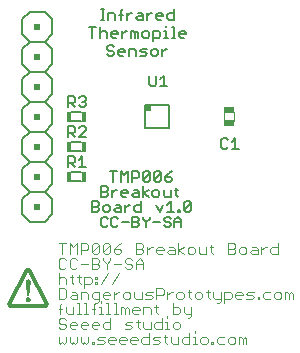
<source format=gto>
G75*
G70*
%OFA0B0*%
%FSLAX24Y24*%
%IPPOS*%
%LPD*%
%AMOC8*
5,1,8,0,0,1.08239X$1,22.5*
%
%ADD10C,0.0050*%
%ADD11R,0.0197X0.0197*%
%ADD12R,0.0374X0.0197*%
%ADD13R,0.0374X0.0197*%
%ADD14C,0.0040*%
%ADD15C,0.0060*%
%ADD16R,0.0200X0.0200*%
%ADD17R,0.0160X0.0340*%
%ADD18C,0.0120*%
%ADD19C,0.0030*%
D10*
X000792Y001811D02*
X000794Y001824D01*
X000799Y001836D01*
X000808Y001847D01*
X000818Y001855D01*
X000831Y001859D01*
X000844Y001860D01*
X000857Y001857D01*
X000869Y001851D01*
X000879Y001842D01*
X000886Y001831D01*
X000890Y001818D01*
X000890Y001804D01*
X000886Y001791D01*
X000879Y001780D01*
X000869Y001771D01*
X000857Y001765D01*
X000844Y001762D01*
X000831Y001763D01*
X000818Y001767D01*
X000808Y001775D01*
X000799Y001786D01*
X000794Y001798D01*
X000792Y001811D01*
X000841Y001958D02*
X000890Y002401D01*
X000792Y002401D01*
X000841Y001958D01*
X000840Y001969D02*
X000842Y001969D01*
X000835Y002017D02*
X000848Y002017D01*
X000853Y002066D02*
X000829Y002066D01*
X000824Y002114D02*
X000858Y002114D01*
X000864Y002163D02*
X000818Y002163D01*
X000813Y002212D02*
X000869Y002212D01*
X000875Y002260D02*
X000808Y002260D01*
X000802Y002309D02*
X000880Y002309D01*
X000885Y002357D02*
X000797Y002357D01*
X000792Y002401D02*
X000794Y002414D01*
X000799Y002425D01*
X000806Y002436D01*
X000817Y002443D01*
X000828Y002448D01*
X000841Y002450D01*
X000854Y002448D01*
X000866Y002443D01*
X000876Y002436D01*
X000883Y002425D01*
X000888Y002414D01*
X000890Y002401D01*
X002966Y004736D02*
X002966Y005086D01*
X003141Y005086D01*
X003200Y005027D01*
X003200Y004969D01*
X003141Y004911D01*
X002966Y004911D01*
X002966Y004736D02*
X003141Y004736D01*
X003200Y004794D01*
X003200Y004852D01*
X003141Y004911D01*
X003334Y004911D02*
X003334Y004794D01*
X003393Y004736D01*
X003510Y004736D01*
X003568Y004794D01*
X003568Y004911D01*
X003510Y004969D01*
X003393Y004969D01*
X003334Y004911D01*
X003266Y005236D02*
X003441Y005236D01*
X003500Y005294D01*
X003500Y005352D01*
X003441Y005411D01*
X003266Y005411D01*
X003266Y005236D02*
X003266Y005586D01*
X003441Y005586D01*
X003500Y005527D01*
X003500Y005469D01*
X003441Y005411D01*
X003634Y005469D02*
X003634Y005236D01*
X003634Y005352D02*
X003751Y005469D01*
X003810Y005469D01*
X003941Y005411D02*
X004000Y005469D01*
X004116Y005469D01*
X004175Y005411D01*
X004175Y005352D01*
X003941Y005352D01*
X003941Y005294D02*
X003941Y005411D01*
X003941Y005294D02*
X004000Y005236D01*
X004116Y005236D01*
X004310Y005294D02*
X004368Y005352D01*
X004543Y005352D01*
X004543Y005411D02*
X004543Y005236D01*
X004368Y005236D01*
X004310Y005294D01*
X004368Y005469D02*
X004485Y005469D01*
X004543Y005411D01*
X004678Y005352D02*
X004853Y005469D01*
X004985Y005411D02*
X004985Y005294D01*
X005043Y005236D01*
X005160Y005236D01*
X005218Y005294D01*
X005218Y005411D01*
X005160Y005469D01*
X005043Y005469D01*
X004985Y005411D01*
X004853Y005236D02*
X004678Y005352D01*
X004678Y005236D02*
X004678Y005586D01*
X004729Y005736D02*
X004671Y005794D01*
X004905Y006027D01*
X004905Y005794D01*
X004846Y005736D01*
X004729Y005736D01*
X004671Y005794D02*
X004671Y006027D01*
X004729Y006086D01*
X004846Y006086D01*
X004905Y006027D01*
X005039Y006027D02*
X005098Y006086D01*
X005214Y006086D01*
X005273Y006027D01*
X005039Y005794D01*
X005098Y005736D01*
X005214Y005736D01*
X005273Y005794D01*
X005273Y006027D01*
X005408Y005911D02*
X005408Y005794D01*
X005466Y005736D01*
X005583Y005736D01*
X005641Y005794D01*
X005641Y005852D01*
X005583Y005911D01*
X005408Y005911D01*
X005524Y006027D01*
X005641Y006086D01*
X005780Y005527D02*
X005780Y005294D01*
X005838Y005236D01*
X005838Y005469D02*
X005721Y005469D01*
X005587Y005469D02*
X005587Y005236D01*
X005411Y005236D01*
X005353Y005294D01*
X005353Y005469D01*
X005600Y005086D02*
X005600Y004736D01*
X005716Y004736D02*
X005483Y004736D01*
X005531Y004566D02*
X005420Y004566D01*
X005365Y004511D01*
X005365Y004456D01*
X005420Y004401D01*
X005531Y004401D01*
X005586Y004346D01*
X005586Y004291D01*
X005531Y004236D01*
X005420Y004236D01*
X005365Y004291D01*
X005236Y004401D02*
X005016Y004401D01*
X004886Y004511D02*
X004886Y004566D01*
X004886Y004511D02*
X004776Y004401D01*
X004776Y004236D01*
X004776Y004401D02*
X004666Y004511D01*
X004666Y004566D01*
X004536Y004511D02*
X004536Y004456D01*
X004481Y004401D01*
X004316Y004401D01*
X004186Y004401D02*
X003966Y004401D01*
X003836Y004511D02*
X003781Y004566D01*
X003671Y004566D01*
X003616Y004511D01*
X003616Y004291D01*
X003671Y004236D01*
X003781Y004236D01*
X003836Y004291D01*
X003486Y004291D02*
X003431Y004236D01*
X003321Y004236D01*
X003266Y004291D01*
X003266Y004511D01*
X003321Y004566D01*
X003431Y004566D01*
X003486Y004511D01*
X003761Y004736D02*
X003703Y004794D01*
X003761Y004852D01*
X003936Y004852D01*
X003936Y004911D02*
X003936Y004736D01*
X003761Y004736D01*
X003761Y004969D02*
X003878Y004969D01*
X003936Y004911D01*
X004071Y004969D02*
X004071Y004736D01*
X004071Y004852D02*
X004188Y004969D01*
X004246Y004969D01*
X004378Y004911D02*
X004378Y004794D01*
X004436Y004736D01*
X004611Y004736D01*
X004611Y005086D01*
X004611Y004969D02*
X004436Y004969D01*
X004378Y004911D01*
X004316Y004566D02*
X004481Y004566D01*
X004536Y004511D01*
X004481Y004401D02*
X004536Y004346D01*
X004536Y004291D01*
X004481Y004236D01*
X004316Y004236D01*
X004316Y004566D01*
X005115Y004969D02*
X005231Y004736D01*
X005348Y004969D01*
X005483Y004969D02*
X005600Y005086D01*
X005851Y004794D02*
X005909Y004794D01*
X005909Y004736D01*
X005851Y004736D01*
X005851Y004794D01*
X006035Y004794D02*
X006035Y005027D01*
X006094Y005086D01*
X006210Y005086D01*
X006269Y005027D01*
X006035Y004794D01*
X006094Y004736D01*
X006210Y004736D01*
X006269Y004794D01*
X006269Y005027D01*
X005825Y004566D02*
X005935Y004456D01*
X005935Y004236D01*
X005935Y004401D02*
X005715Y004401D01*
X005715Y004456D02*
X005825Y004566D01*
X005715Y004456D02*
X005715Y004236D01*
X005586Y004511D02*
X005531Y004566D01*
X005039Y005794D02*
X005039Y006027D01*
X004536Y006027D02*
X004536Y005911D01*
X004478Y005852D01*
X004303Y005852D01*
X004303Y005736D02*
X004303Y006086D01*
X004478Y006086D01*
X004536Y006027D01*
X004168Y006086D02*
X004168Y005736D01*
X004051Y005969D02*
X004168Y006086D01*
X004051Y005969D02*
X003934Y006086D01*
X003934Y005736D01*
X003683Y005736D02*
X003683Y006086D01*
X003566Y006086D02*
X003800Y006086D01*
X002768Y006236D02*
X002534Y006236D01*
X002651Y006236D02*
X002651Y006586D01*
X002534Y006469D01*
X002400Y006527D02*
X002400Y006411D01*
X002341Y006352D01*
X002166Y006352D01*
X002166Y006236D02*
X002166Y006586D01*
X002341Y006586D01*
X002400Y006527D01*
X002283Y006352D02*
X002400Y006236D01*
X002400Y007236D02*
X002283Y007352D01*
X002341Y007352D02*
X002166Y007352D01*
X002166Y007236D02*
X002166Y007586D01*
X002341Y007586D01*
X002400Y007527D01*
X002400Y007411D01*
X002341Y007352D01*
X002534Y007236D02*
X002768Y007469D01*
X002768Y007527D01*
X002710Y007586D01*
X002593Y007586D01*
X002534Y007527D01*
X002534Y007236D02*
X002768Y007236D01*
X002710Y008236D02*
X002593Y008236D01*
X002534Y008294D01*
X002400Y008236D02*
X002283Y008352D01*
X002341Y008352D02*
X002166Y008352D01*
X002166Y008236D02*
X002166Y008586D01*
X002341Y008586D01*
X002400Y008527D01*
X002400Y008411D01*
X002341Y008352D01*
X002534Y008527D02*
X002593Y008586D01*
X002710Y008586D01*
X002768Y008527D01*
X002768Y008469D01*
X002710Y008411D01*
X002768Y008352D01*
X002768Y008294D01*
X002710Y008236D01*
X002710Y008411D02*
X002651Y008411D01*
X003524Y009936D02*
X003466Y009994D01*
X003524Y009936D02*
X003641Y009936D01*
X003700Y009994D01*
X003700Y010052D01*
X003641Y010111D01*
X003524Y010111D01*
X003466Y010169D01*
X003466Y010227D01*
X003524Y010286D01*
X003641Y010286D01*
X003700Y010227D01*
X003834Y010111D02*
X003834Y009994D01*
X003893Y009936D01*
X004010Y009936D01*
X004068Y010052D02*
X003834Y010052D01*
X003834Y010111D02*
X003893Y010169D01*
X004010Y010169D01*
X004068Y010111D01*
X004068Y010052D01*
X004203Y009936D02*
X004203Y010169D01*
X004378Y010169D01*
X004436Y010111D01*
X004436Y009936D01*
X004571Y009936D02*
X004746Y009936D01*
X004805Y009994D01*
X004746Y010052D01*
X004629Y010052D01*
X004571Y010111D01*
X004629Y010169D01*
X004805Y010169D01*
X004939Y010111D02*
X004939Y009994D01*
X004998Y009936D01*
X005114Y009936D01*
X005173Y009994D01*
X005173Y010111D01*
X005114Y010169D01*
X004998Y010169D01*
X004939Y010111D01*
X005015Y010419D02*
X005015Y010769D01*
X005190Y010769D01*
X005248Y010711D01*
X005248Y010594D01*
X005190Y010536D01*
X005015Y010536D01*
X004880Y010594D02*
X004880Y010711D01*
X004821Y010769D01*
X004705Y010769D01*
X004646Y010711D01*
X004646Y010594D01*
X004705Y010536D01*
X004821Y010536D01*
X004880Y010594D01*
X005308Y010169D02*
X005308Y009936D01*
X005308Y010052D02*
X005424Y010169D01*
X005483Y010169D01*
X005500Y010536D02*
X005383Y010536D01*
X005441Y010536D02*
X005441Y010769D01*
X005383Y010769D01*
X005441Y010886D02*
X005441Y010944D01*
X005628Y010886D02*
X005687Y010886D01*
X005687Y010536D01*
X005745Y010536D02*
X005628Y010536D01*
X005874Y010594D02*
X005874Y010711D01*
X005932Y010769D01*
X006049Y010769D01*
X006107Y010711D01*
X006107Y010652D01*
X005874Y010652D01*
X005874Y010594D02*
X005932Y010536D01*
X006049Y010536D01*
X005709Y011136D02*
X005534Y011136D01*
X005476Y011194D01*
X005476Y011311D01*
X005534Y011369D01*
X005709Y011369D01*
X005709Y011486D02*
X005709Y011136D01*
X005341Y011252D02*
X005108Y011252D01*
X005108Y011194D02*
X005108Y011311D01*
X005166Y011369D01*
X005283Y011369D01*
X005341Y011311D01*
X005341Y011252D01*
X005283Y011136D02*
X005166Y011136D01*
X005108Y011194D01*
X004976Y011369D02*
X004917Y011369D01*
X004801Y011252D01*
X004801Y011136D02*
X004801Y011369D01*
X004666Y011311D02*
X004666Y011136D01*
X004491Y011136D01*
X004432Y011194D01*
X004491Y011252D01*
X004666Y011252D01*
X004666Y011311D02*
X004607Y011369D01*
X004491Y011369D01*
X004301Y011369D02*
X004242Y011369D01*
X004125Y011252D01*
X004125Y011136D02*
X004125Y011369D01*
X003997Y011311D02*
X003880Y011311D01*
X003938Y011427D02*
X003938Y011136D01*
X003745Y011136D02*
X003745Y011311D01*
X003687Y011369D01*
X003512Y011369D01*
X003512Y011136D01*
X003383Y011136D02*
X003266Y011136D01*
X003324Y011136D02*
X003324Y011486D01*
X003266Y011486D02*
X003383Y011486D01*
X003234Y010886D02*
X003234Y010536D01*
X003234Y010711D02*
X003293Y010769D01*
X003410Y010769D01*
X003468Y010711D01*
X003468Y010536D01*
X003603Y010594D02*
X003603Y010711D01*
X003661Y010769D01*
X003778Y010769D01*
X003836Y010711D01*
X003836Y010652D01*
X003603Y010652D01*
X003603Y010594D02*
X003661Y010536D01*
X003778Y010536D01*
X003971Y010536D02*
X003971Y010769D01*
X003971Y010652D02*
X004088Y010769D01*
X004146Y010769D01*
X004278Y010769D02*
X004278Y010536D01*
X004395Y010536D02*
X004395Y010711D01*
X004453Y010769D01*
X004511Y010711D01*
X004511Y010536D01*
X004395Y010711D02*
X004336Y010769D01*
X004278Y010769D01*
X003938Y011427D02*
X003997Y011486D01*
X003100Y010886D02*
X002866Y010886D01*
X002983Y010886D02*
X002983Y010536D01*
X004747Y008304D02*
X004747Y007517D01*
X005535Y007517D01*
X005535Y008304D01*
X004747Y008304D01*
X004937Y008926D02*
X005054Y008926D01*
X005112Y008984D01*
X005112Y009276D01*
X005247Y009160D02*
X005364Y009276D01*
X005364Y008926D01*
X005247Y008926D02*
X005481Y008926D01*
X004937Y008926D02*
X004879Y008984D01*
X004879Y009276D01*
X007266Y007127D02*
X007266Y006894D01*
X007324Y006836D01*
X007441Y006836D01*
X007500Y006894D01*
X007634Y006836D02*
X007868Y006836D01*
X007751Y006836D02*
X007751Y007186D01*
X007634Y007069D01*
X007500Y007127D02*
X007441Y007186D01*
X007324Y007186D01*
X007266Y007127D01*
D11*
X004846Y008206D03*
D12*
X007543Y007682D03*
D13*
X007543Y008142D03*
D14*
X007376Y008051D02*
X007376Y007770D01*
X007711Y007770D02*
X007711Y008051D01*
D15*
X002611Y008051D02*
X002271Y008051D01*
X002271Y007770D02*
X002611Y007770D01*
X002611Y007051D02*
X002271Y007051D01*
X002271Y006770D02*
X002611Y006770D01*
X002611Y006051D02*
X002271Y006051D01*
X002271Y005770D02*
X002611Y005770D01*
X001641Y005661D02*
X001391Y005411D01*
X001641Y005161D01*
X001641Y004661D01*
X001391Y004411D01*
X000891Y004411D01*
X000641Y004661D01*
X000641Y005161D01*
X000891Y005411D01*
X000641Y005661D01*
X000641Y006161D01*
X000891Y006411D01*
X000641Y006661D01*
X000641Y007161D01*
X000891Y007411D01*
X000641Y007661D01*
X000641Y008161D01*
X000891Y008411D01*
X000641Y008661D01*
X000641Y009161D01*
X000891Y009411D01*
X000641Y009661D01*
X000641Y010161D01*
X000891Y010411D01*
X000641Y010661D01*
X000641Y011161D01*
X000891Y011411D01*
X001391Y011411D01*
X001641Y011161D01*
X001641Y010661D01*
X001391Y010411D01*
X001641Y010161D01*
X001641Y009661D01*
X001391Y009411D01*
X000891Y009411D01*
X001391Y009411D02*
X001641Y009161D01*
X001641Y008661D01*
X001391Y008411D01*
X001641Y008161D01*
X001641Y007661D01*
X001391Y007411D01*
X001641Y007161D01*
X001641Y006661D01*
X001391Y006411D01*
X000891Y006411D01*
X001391Y006411D02*
X001641Y006161D01*
X001641Y005661D01*
X001391Y005411D02*
X000891Y005411D01*
X000891Y007411D02*
X001391Y007411D01*
X001391Y008411D02*
X000891Y008411D01*
X000891Y010411D02*
X001391Y010411D01*
D16*
X001141Y010911D03*
X001141Y009911D03*
X001141Y008911D03*
X001141Y007911D03*
X001141Y006911D03*
X001141Y005911D03*
X001141Y004911D03*
D17*
X002191Y005911D03*
X002691Y005911D03*
X002691Y006911D03*
X002191Y006911D03*
X002191Y007911D03*
X002691Y007911D03*
D18*
X001432Y001614D02*
X000251Y001614D01*
X000201Y001663D01*
X000816Y002795D01*
X000866Y002795D01*
X001481Y001663D01*
X001432Y001614D01*
D19*
X001856Y001511D02*
X001980Y001511D01*
X002102Y001572D02*
X002102Y001387D01*
X002163Y001326D01*
X002348Y001326D01*
X002348Y001572D01*
X002470Y001696D02*
X002532Y001696D01*
X002532Y001326D01*
X002593Y001326D02*
X002470Y001326D01*
X002715Y001326D02*
X002839Y001326D01*
X002777Y001326D02*
X002777Y001696D01*
X002715Y001696D01*
X002593Y001826D02*
X002593Y002072D01*
X002778Y002072D01*
X002840Y002011D01*
X002840Y001826D01*
X002961Y001887D02*
X002961Y002011D01*
X003023Y002072D01*
X003208Y002072D01*
X003208Y001764D01*
X003146Y001702D01*
X003084Y001702D01*
X003084Y001696D02*
X003023Y001634D01*
X003023Y001326D01*
X003084Y001511D02*
X002961Y001511D01*
X003206Y001572D02*
X003268Y001572D01*
X003268Y001326D01*
X003206Y001326D02*
X003330Y001326D01*
X003452Y001326D02*
X003575Y001326D01*
X003514Y001326D02*
X003514Y001696D01*
X003452Y001696D01*
X003391Y001826D02*
X003329Y001887D01*
X003329Y002011D01*
X003391Y002072D01*
X003514Y002072D01*
X003576Y002011D01*
X003576Y001949D01*
X003329Y001949D01*
X003391Y001826D02*
X003514Y001826D01*
X003698Y001826D02*
X003698Y002072D01*
X003698Y001949D02*
X003821Y002072D01*
X003883Y002072D01*
X004005Y002011D02*
X004005Y001887D01*
X004066Y001826D01*
X004190Y001826D01*
X004251Y001887D01*
X004251Y002011D01*
X004190Y002072D01*
X004066Y002072D01*
X004005Y002011D01*
X003759Y001696D02*
X003759Y001326D01*
X003697Y001326D02*
X003821Y001326D01*
X003943Y001326D02*
X003943Y001572D01*
X004005Y001572D01*
X004066Y001511D01*
X004128Y001572D01*
X004190Y001511D01*
X004190Y001326D01*
X004311Y001387D02*
X004311Y001511D01*
X004373Y001572D01*
X004496Y001572D01*
X004558Y001511D01*
X004558Y001449D01*
X004311Y001449D01*
X004311Y001387D02*
X004373Y001326D01*
X004496Y001326D01*
X004680Y001326D02*
X004680Y001572D01*
X004865Y001572D01*
X004926Y001511D01*
X004926Y001326D01*
X005110Y001387D02*
X005110Y001634D01*
X005171Y001572D02*
X005048Y001572D01*
X005110Y001387D02*
X005171Y001326D01*
X005295Y001196D02*
X005295Y000826D01*
X005110Y000826D01*
X005048Y000887D01*
X005048Y001011D01*
X005110Y001072D01*
X005295Y001072D01*
X005416Y001072D02*
X005478Y001072D01*
X005478Y000826D01*
X005416Y000826D02*
X005540Y000826D01*
X005662Y000887D02*
X005724Y000826D01*
X005847Y000826D01*
X005909Y000887D01*
X005909Y001011D01*
X005847Y001072D01*
X005724Y001072D01*
X005662Y001011D01*
X005662Y000887D01*
X005417Y000634D02*
X005417Y000387D01*
X005478Y000326D01*
X005601Y000387D02*
X005601Y000572D01*
X005601Y000387D02*
X005662Y000326D01*
X005847Y000326D01*
X005847Y000572D01*
X005969Y000511D02*
X005969Y000387D01*
X006031Y000326D01*
X006216Y000326D01*
X006216Y000696D01*
X006216Y000572D02*
X006031Y000572D01*
X005969Y000511D01*
X006337Y000572D02*
X006399Y000572D01*
X006399Y000326D01*
X006337Y000326D02*
X006461Y000326D01*
X006583Y000387D02*
X006583Y000511D01*
X006644Y000572D01*
X006768Y000572D01*
X006829Y000511D01*
X006829Y000387D01*
X006768Y000326D01*
X006644Y000326D01*
X006583Y000387D01*
X006399Y000696D02*
X006399Y000758D01*
X006215Y001202D02*
X006153Y001202D01*
X006215Y001202D02*
X006277Y001264D01*
X006277Y001572D01*
X006030Y001572D02*
X006030Y001387D01*
X006092Y001326D01*
X006277Y001326D01*
X005909Y001387D02*
X005847Y001326D01*
X005662Y001326D01*
X005662Y001696D01*
X005662Y001572D02*
X005847Y001572D01*
X005909Y001511D01*
X005909Y001387D01*
X005846Y001826D02*
X005970Y001826D01*
X006031Y001887D01*
X006031Y002011D01*
X005970Y002072D01*
X005846Y002072D01*
X005785Y002011D01*
X005785Y001887D01*
X005846Y001826D01*
X005663Y002072D02*
X005601Y002072D01*
X005478Y001949D01*
X005478Y001826D02*
X005478Y002072D01*
X005356Y002011D02*
X005295Y001949D01*
X005109Y001949D01*
X005109Y001826D02*
X005109Y002196D01*
X005295Y002196D01*
X005356Y002134D01*
X005356Y002011D01*
X004988Y002072D02*
X004803Y002072D01*
X004741Y002011D01*
X004803Y001949D01*
X004926Y001949D01*
X004988Y001887D01*
X004926Y001826D01*
X004741Y001826D01*
X004620Y001826D02*
X004620Y002072D01*
X004620Y001826D02*
X004435Y001826D01*
X004373Y001887D01*
X004373Y002072D01*
X004066Y001511D02*
X004066Y001326D01*
X004128Y001072D02*
X004066Y001011D01*
X004128Y000949D01*
X004251Y000949D01*
X004313Y000887D01*
X004251Y000826D01*
X004066Y000826D01*
X004067Y000572D02*
X003943Y000572D01*
X003882Y000511D01*
X003882Y000387D01*
X003943Y000326D01*
X004067Y000326D01*
X004129Y000449D02*
X003882Y000449D01*
X003760Y000449D02*
X003760Y000511D01*
X003699Y000572D01*
X003575Y000572D01*
X003513Y000511D01*
X003513Y000387D01*
X003575Y000326D01*
X003699Y000326D01*
X003760Y000449D02*
X003513Y000449D01*
X003392Y000387D02*
X003330Y000449D01*
X003207Y000449D01*
X003145Y000511D01*
X003207Y000572D01*
X003392Y000572D01*
X003392Y000387D02*
X003330Y000326D01*
X003145Y000326D01*
X003023Y000326D02*
X003023Y000387D01*
X002961Y000387D01*
X002961Y000326D01*
X003023Y000326D01*
X002840Y000387D02*
X002840Y000572D01*
X002840Y000387D02*
X002778Y000326D01*
X002716Y000387D01*
X002654Y000326D01*
X002593Y000387D01*
X002593Y000572D01*
X002471Y000572D02*
X002471Y000387D01*
X002410Y000326D01*
X002348Y000387D01*
X002286Y000326D01*
X002224Y000387D01*
X002224Y000572D01*
X002103Y000572D02*
X002103Y000387D01*
X002041Y000326D01*
X001980Y000387D01*
X001918Y000326D01*
X001856Y000387D01*
X001856Y000572D01*
X001918Y000826D02*
X001856Y000887D01*
X001918Y000826D02*
X002041Y000826D01*
X002103Y000887D01*
X002103Y000949D01*
X002041Y001011D01*
X001918Y001011D01*
X001856Y001072D01*
X001856Y001134D01*
X001918Y001196D01*
X002041Y001196D01*
X002103Y001134D01*
X002224Y001011D02*
X002224Y000887D01*
X002286Y000826D01*
X002410Y000826D01*
X002471Y000949D02*
X002224Y000949D01*
X002224Y001011D02*
X002286Y001072D01*
X002410Y001072D01*
X002471Y001011D01*
X002471Y000949D01*
X002593Y000949D02*
X002840Y000949D01*
X002840Y001011D01*
X002778Y001072D01*
X002654Y001072D01*
X002593Y001011D01*
X002593Y000887D01*
X002654Y000826D01*
X002778Y000826D01*
X002961Y000887D02*
X002961Y001011D01*
X003023Y001072D01*
X003146Y001072D01*
X003208Y001011D01*
X003208Y000949D01*
X002961Y000949D01*
X002961Y000887D02*
X003023Y000826D01*
X003146Y000826D01*
X003329Y000887D02*
X003329Y001011D01*
X003391Y001072D01*
X003576Y001072D01*
X003576Y001196D02*
X003576Y000826D01*
X003391Y000826D01*
X003329Y000887D01*
X003268Y001696D02*
X003268Y001758D01*
X003208Y001826D02*
X003023Y001826D01*
X002961Y001887D01*
X002715Y002202D02*
X002715Y002572D01*
X002901Y002572D01*
X002962Y002511D01*
X002962Y002387D01*
X002901Y002326D01*
X002715Y002326D01*
X002593Y002326D02*
X002532Y002387D01*
X002532Y002634D01*
X002593Y002572D02*
X002470Y002572D01*
X002348Y002572D02*
X002224Y002572D01*
X002286Y002634D02*
X002286Y002387D01*
X002348Y002326D01*
X002286Y002072D02*
X002410Y002072D01*
X002471Y002011D01*
X002471Y001826D01*
X002286Y001826D01*
X002224Y001887D01*
X002286Y001949D01*
X002471Y001949D01*
X002103Y001887D02*
X002103Y002134D01*
X002041Y002196D01*
X001856Y002196D01*
X001856Y001826D01*
X002041Y001826D01*
X002103Y001887D01*
X001980Y001696D02*
X001918Y001634D01*
X001918Y001326D01*
X001856Y002326D02*
X001856Y002696D01*
X001918Y002572D02*
X002041Y002572D01*
X002103Y002511D01*
X002103Y002326D01*
X001918Y002572D02*
X001856Y002511D01*
X001918Y002826D02*
X001856Y002887D01*
X001856Y003134D01*
X001918Y003196D01*
X002041Y003196D01*
X002103Y003134D01*
X001980Y003326D02*
X001980Y003696D01*
X002103Y003696D02*
X001856Y003696D01*
X002224Y003696D02*
X002224Y003326D01*
X002286Y003196D02*
X002224Y003134D01*
X002224Y002887D01*
X002286Y002826D01*
X002410Y002826D01*
X002471Y002887D01*
X002593Y003011D02*
X002840Y003011D01*
X002961Y003011D02*
X003146Y003011D01*
X003208Y002949D01*
X003208Y002887D01*
X003146Y002826D01*
X002961Y002826D01*
X002961Y003196D01*
X003146Y003196D01*
X003208Y003134D01*
X003208Y003072D01*
X003146Y003011D01*
X003329Y003134D02*
X003453Y003011D01*
X003453Y002826D01*
X003515Y002696D02*
X003268Y002326D01*
X003145Y002326D02*
X003084Y002326D01*
X003084Y002387D01*
X003145Y002387D01*
X003145Y002326D01*
X003145Y002511D02*
X003084Y002511D01*
X003084Y002572D01*
X003145Y002572D01*
X003145Y002511D01*
X003453Y003011D02*
X003576Y003134D01*
X003576Y003196D01*
X003514Y003326D02*
X003391Y003326D01*
X003329Y003387D01*
X003576Y003634D01*
X003576Y003387D01*
X003514Y003326D01*
X003698Y003387D02*
X003698Y003511D01*
X003883Y003511D01*
X003944Y003449D01*
X003944Y003387D01*
X003883Y003326D01*
X003759Y003326D01*
X003698Y003387D01*
X003698Y003511D02*
X003821Y003634D01*
X003944Y003696D01*
X003576Y003634D02*
X003514Y003696D01*
X003391Y003696D01*
X003329Y003634D01*
X003329Y003387D01*
X003208Y003387D02*
X003146Y003326D01*
X003023Y003326D01*
X002961Y003387D01*
X003208Y003634D01*
X003208Y003387D01*
X003329Y003196D02*
X003329Y003134D01*
X003698Y003011D02*
X003944Y003011D01*
X004066Y003072D02*
X004128Y003011D01*
X004251Y003011D01*
X004313Y002949D01*
X004313Y002887D01*
X004251Y002826D01*
X004128Y002826D01*
X004066Y002887D01*
X004066Y003072D02*
X004066Y003134D01*
X004128Y003196D01*
X004251Y003196D01*
X004313Y003134D01*
X004434Y003072D02*
X004558Y003196D01*
X004681Y003072D01*
X004681Y002826D01*
X004681Y003011D02*
X004434Y003011D01*
X004434Y003072D02*
X004434Y002826D01*
X004434Y003326D02*
X004619Y003326D01*
X004681Y003387D01*
X004681Y003449D01*
X004619Y003511D01*
X004434Y003511D01*
X004434Y003696D02*
X004619Y003696D01*
X004681Y003634D01*
X004681Y003572D01*
X004619Y003511D01*
X004803Y003572D02*
X004803Y003326D01*
X004803Y003449D02*
X004926Y003572D01*
X004988Y003572D01*
X005109Y003511D02*
X005109Y003387D01*
X005171Y003326D01*
X005295Y003326D01*
X005356Y003449D02*
X005109Y003449D01*
X005109Y003511D02*
X005171Y003572D01*
X005295Y003572D01*
X005356Y003511D01*
X005356Y003449D01*
X005478Y003387D02*
X005539Y003449D01*
X005725Y003449D01*
X005725Y003511D02*
X005663Y003572D01*
X005539Y003572D01*
X005478Y003387D02*
X005539Y003326D01*
X005725Y003326D01*
X005725Y003511D01*
X005846Y003449D02*
X006031Y003572D01*
X006153Y003511D02*
X006153Y003387D01*
X006215Y003326D01*
X006338Y003326D01*
X006400Y003387D01*
X006400Y003511D01*
X006338Y003572D01*
X006215Y003572D01*
X006153Y003511D01*
X006031Y003326D02*
X005846Y003449D01*
X005846Y003326D02*
X005846Y003696D01*
X006521Y003572D02*
X006521Y003387D01*
X006583Y003326D01*
X006768Y003326D01*
X006768Y003572D01*
X006890Y003572D02*
X007013Y003572D01*
X006951Y003634D02*
X006951Y003387D01*
X007013Y003326D01*
X007503Y003326D02*
X007689Y003326D01*
X007750Y003387D01*
X007750Y003449D01*
X007689Y003511D01*
X007503Y003511D01*
X007503Y003696D02*
X007689Y003696D01*
X007750Y003634D01*
X007750Y003572D01*
X007689Y003511D01*
X007872Y003511D02*
X007872Y003387D01*
X007933Y003326D01*
X008057Y003326D01*
X008119Y003387D01*
X008119Y003511D01*
X008057Y003572D01*
X007933Y003572D01*
X007872Y003511D01*
X007503Y003326D02*
X007503Y003696D01*
X008240Y003387D02*
X008302Y003326D01*
X008487Y003326D01*
X008487Y003511D01*
X008425Y003572D01*
X008302Y003572D01*
X008302Y003449D02*
X008487Y003449D01*
X008608Y003449D02*
X008732Y003572D01*
X008793Y003572D01*
X008915Y003511D02*
X008977Y003572D01*
X009162Y003572D01*
X009162Y003696D02*
X009162Y003326D01*
X008977Y003326D01*
X008915Y003387D01*
X008915Y003511D01*
X008608Y003572D02*
X008608Y003326D01*
X008302Y003449D02*
X008240Y003387D01*
X008179Y002072D02*
X008364Y002072D01*
X008302Y001949D02*
X008179Y001949D01*
X008117Y002011D01*
X008179Y002072D01*
X008302Y001949D02*
X008364Y001887D01*
X008302Y001826D01*
X008117Y001826D01*
X007996Y001949D02*
X007749Y001949D01*
X007749Y002011D02*
X007811Y002072D01*
X007934Y002072D01*
X007996Y002011D01*
X007996Y001949D01*
X007934Y001826D02*
X007811Y001826D01*
X007749Y001887D01*
X007749Y002011D01*
X007627Y002011D02*
X007627Y001887D01*
X007566Y001826D01*
X007381Y001826D01*
X007381Y001702D02*
X007381Y002072D01*
X007566Y002072D01*
X007627Y002011D01*
X007259Y002072D02*
X007259Y001764D01*
X007197Y001702D01*
X007136Y001702D01*
X007074Y001826D02*
X007259Y001826D01*
X007074Y001826D02*
X007012Y001887D01*
X007012Y002072D01*
X006890Y002072D02*
X006767Y002072D01*
X006828Y002134D02*
X006828Y001887D01*
X006890Y001826D01*
X006645Y001887D02*
X006645Y002011D01*
X006584Y002072D01*
X006460Y002072D01*
X006398Y002011D01*
X006398Y001887D01*
X006460Y001826D01*
X006584Y001826D01*
X006645Y001887D01*
X006276Y001826D02*
X006215Y001887D01*
X006215Y002134D01*
X006276Y002072D02*
X006153Y002072D01*
X005478Y001258D02*
X005478Y001196D01*
X005478Y000572D02*
X005355Y000572D01*
X005234Y000572D02*
X005048Y000572D01*
X004987Y000511D01*
X005048Y000449D01*
X005172Y000449D01*
X005234Y000387D01*
X005172Y000326D01*
X004987Y000326D01*
X004865Y000326D02*
X004680Y000326D01*
X004618Y000387D01*
X004618Y000511D01*
X004680Y000572D01*
X004865Y000572D01*
X004865Y000696D02*
X004865Y000326D01*
X004497Y000449D02*
X004250Y000449D01*
X004250Y000387D02*
X004250Y000511D01*
X004312Y000572D01*
X004435Y000572D01*
X004497Y000511D01*
X004497Y000449D01*
X004435Y000326D02*
X004312Y000326D01*
X004250Y000387D01*
X004129Y000449D02*
X004129Y000511D01*
X004067Y000572D01*
X004128Y001072D02*
X004313Y001072D01*
X004434Y001072D02*
X004558Y001072D01*
X004496Y001134D02*
X004496Y000887D01*
X004558Y000826D01*
X004680Y000887D02*
X004741Y000826D01*
X004927Y000826D01*
X004927Y001072D01*
X004680Y001072D02*
X004680Y000887D01*
X003759Y001696D02*
X003697Y001696D01*
X003636Y002326D02*
X003883Y002696D01*
X004434Y003326D02*
X004434Y003696D01*
X003208Y003634D02*
X003146Y003696D01*
X003023Y003696D01*
X002961Y003634D01*
X002961Y003387D01*
X002840Y003511D02*
X002778Y003449D01*
X002593Y003449D01*
X002593Y003326D02*
X002593Y003696D01*
X002778Y003696D01*
X002840Y003634D01*
X002840Y003511D01*
X002471Y003696D02*
X002471Y003326D01*
X002410Y003196D02*
X002286Y003196D01*
X002410Y003196D02*
X002471Y003134D01*
X002348Y003572D02*
X002471Y003696D01*
X002348Y003572D02*
X002224Y003696D01*
X002103Y002887D02*
X002041Y002826D01*
X001918Y002826D01*
X006951Y000387D02*
X006951Y000326D01*
X007013Y000326D01*
X007013Y000387D01*
X006951Y000387D01*
X007135Y000387D02*
X007197Y000326D01*
X007382Y000326D01*
X007503Y000387D02*
X007565Y000326D01*
X007689Y000326D01*
X007750Y000387D01*
X007750Y000511D01*
X007689Y000572D01*
X007565Y000572D01*
X007503Y000511D01*
X007503Y000387D01*
X007382Y000572D02*
X007197Y000572D01*
X007135Y000511D01*
X007135Y000387D01*
X007872Y000326D02*
X007872Y000572D01*
X007933Y000572D01*
X007995Y000511D01*
X008057Y000572D01*
X008119Y000511D01*
X008119Y000326D01*
X007995Y000326D02*
X007995Y000511D01*
X008486Y001826D02*
X008547Y001826D01*
X008547Y001887D01*
X008486Y001887D01*
X008486Y001826D01*
X008670Y001887D02*
X008731Y001826D01*
X008916Y001826D01*
X009038Y001887D02*
X009100Y001826D01*
X009223Y001826D01*
X009285Y001887D01*
X009285Y002011D01*
X009223Y002072D01*
X009100Y002072D01*
X009038Y002011D01*
X009038Y001887D01*
X009406Y001826D02*
X009406Y002072D01*
X009468Y002072D01*
X009530Y002011D01*
X009591Y002072D01*
X009653Y002011D01*
X009653Y001826D01*
X009530Y001826D02*
X009530Y002011D01*
X008916Y002072D02*
X008731Y002072D01*
X008670Y002011D01*
X008670Y001887D01*
M02*

</source>
